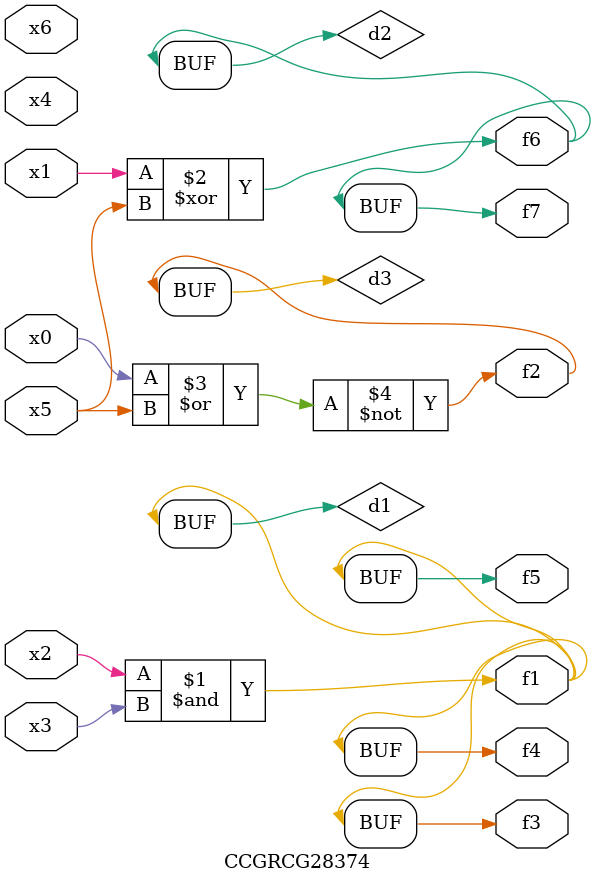
<source format=v>
module CCGRCG28374(
	input x0, x1, x2, x3, x4, x5, x6,
	output f1, f2, f3, f4, f5, f6, f7
);

	wire d1, d2, d3;

	and (d1, x2, x3);
	xor (d2, x1, x5);
	nor (d3, x0, x5);
	assign f1 = d1;
	assign f2 = d3;
	assign f3 = d1;
	assign f4 = d1;
	assign f5 = d1;
	assign f6 = d2;
	assign f7 = d2;
endmodule

</source>
